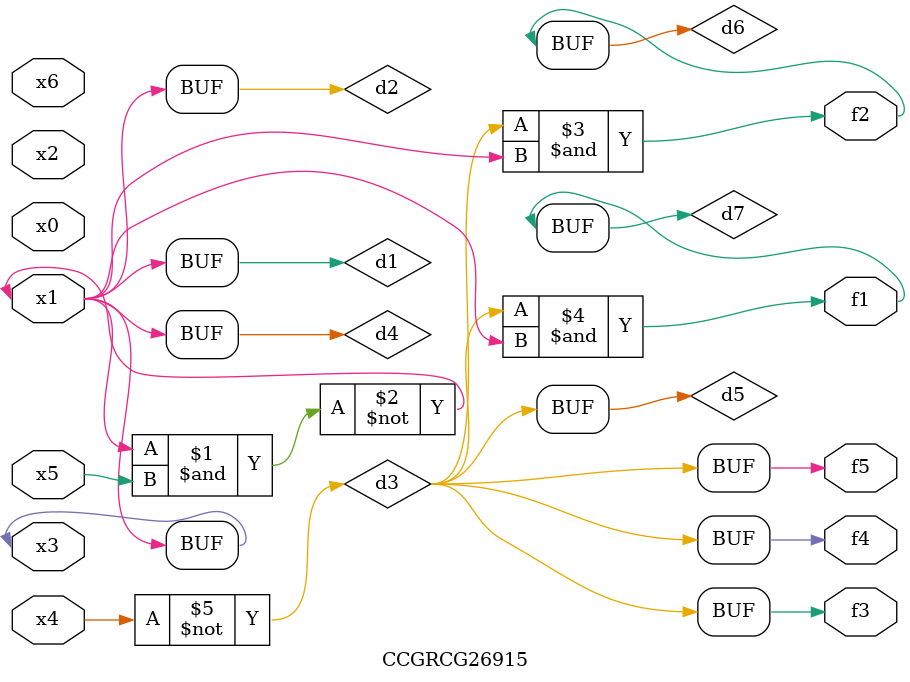
<source format=v>
module CCGRCG26915(
	input x0, x1, x2, x3, x4, x5, x6,
	output f1, f2, f3, f4, f5
);

	wire d1, d2, d3, d4, d5, d6, d7;

	buf (d1, x1, x3);
	nand (d2, x1, x5);
	not (d3, x4);
	buf (d4, d1, d2);
	buf (d5, d3);
	and (d6, d3, d4);
	and (d7, d3, d4);
	assign f1 = d7;
	assign f2 = d6;
	assign f3 = d5;
	assign f4 = d5;
	assign f5 = d5;
endmodule

</source>
